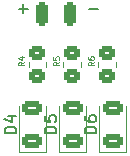
<source format=gbr>
%TF.GenerationSoftware,KiCad,Pcbnew,7.0.11*%
%TF.CreationDate,2024-03-26T21:49:53+01:00*%
%TF.ProjectId,led_color_test,6c65645f-636f-46c6-9f72-5f746573742e,rev?*%
%TF.SameCoordinates,Original*%
%TF.FileFunction,Legend,Top*%
%TF.FilePolarity,Positive*%
%FSLAX46Y46*%
G04 Gerber Fmt 4.6, Leading zero omitted, Abs format (unit mm)*
G04 Created by KiCad (PCBNEW 7.0.11) date 2024-03-26 21:49:53*
%MOMM*%
%LPD*%
G01*
G04 APERTURE LIST*
G04 Aperture macros list*
%AMRoundRect*
0 Rectangle with rounded corners*
0 $1 Rounding radius*
0 $2 $3 $4 $5 $6 $7 $8 $9 X,Y pos of 4 corners*
0 Add a 4 corners polygon primitive as box body*
4,1,4,$2,$3,$4,$5,$6,$7,$8,$9,$2,$3,0*
0 Add four circle primitives for the rounded corners*
1,1,$1+$1,$2,$3*
1,1,$1+$1,$4,$5*
1,1,$1+$1,$6,$7*
1,1,$1+$1,$8,$9*
0 Add four rect primitives between the rounded corners*
20,1,$1+$1,$2,$3,$4,$5,0*
20,1,$1+$1,$4,$5,$6,$7,0*
20,1,$1+$1,$6,$7,$8,$9,0*
20,1,$1+$1,$8,$9,$2,$3,0*%
G04 Aperture macros list end*
%ADD10C,0.150000*%
%ADD11C,0.075000*%
%ADD12C,0.120000*%
%ADD13RoundRect,0.250000X-0.250000X-0.750000X0.250000X-0.750000X0.250000X0.750000X-0.250000X0.750000X0*%
%ADD14RoundRect,0.250000X0.450000X-0.350000X0.450000X0.350000X-0.450000X0.350000X-0.450000X-0.350000X0*%
%ADD15RoundRect,0.250000X0.625000X-0.375000X0.625000X0.375000X-0.625000X0.375000X-0.625000X-0.375000X0*%
G04 APERTURE END LIST*
D10*
X112119048Y-64573866D02*
X112880953Y-64573866D01*
X106119048Y-64573866D02*
X106880953Y-64573866D01*
X106500000Y-64954819D02*
X106500000Y-64192914D01*
D11*
X112502409Y-69108333D02*
X112264314Y-69274999D01*
X112502409Y-69394047D02*
X112002409Y-69394047D01*
X112002409Y-69394047D02*
X112002409Y-69203571D01*
X112002409Y-69203571D02*
X112026219Y-69155952D01*
X112026219Y-69155952D02*
X112050028Y-69132142D01*
X112050028Y-69132142D02*
X112097647Y-69108333D01*
X112097647Y-69108333D02*
X112169076Y-69108333D01*
X112169076Y-69108333D02*
X112216695Y-69132142D01*
X112216695Y-69132142D02*
X112240504Y-69155952D01*
X112240504Y-69155952D02*
X112264314Y-69203571D01*
X112264314Y-69203571D02*
X112264314Y-69394047D01*
X112002409Y-68679761D02*
X112002409Y-68774999D01*
X112002409Y-68774999D02*
X112026219Y-68822618D01*
X112026219Y-68822618D02*
X112050028Y-68846428D01*
X112050028Y-68846428D02*
X112121457Y-68894047D01*
X112121457Y-68894047D02*
X112216695Y-68917856D01*
X112216695Y-68917856D02*
X112407171Y-68917856D01*
X112407171Y-68917856D02*
X112454790Y-68894047D01*
X112454790Y-68894047D02*
X112478600Y-68870237D01*
X112478600Y-68870237D02*
X112502409Y-68822618D01*
X112502409Y-68822618D02*
X112502409Y-68727380D01*
X112502409Y-68727380D02*
X112478600Y-68679761D01*
X112478600Y-68679761D02*
X112454790Y-68655952D01*
X112454790Y-68655952D02*
X112407171Y-68632142D01*
X112407171Y-68632142D02*
X112288123Y-68632142D01*
X112288123Y-68632142D02*
X112240504Y-68655952D01*
X112240504Y-68655952D02*
X112216695Y-68679761D01*
X112216695Y-68679761D02*
X112192885Y-68727380D01*
X112192885Y-68727380D02*
X112192885Y-68822618D01*
X112192885Y-68822618D02*
X112216695Y-68870237D01*
X112216695Y-68870237D02*
X112240504Y-68894047D01*
X112240504Y-68894047D02*
X112288123Y-68917856D01*
X109552409Y-69108333D02*
X109314314Y-69274999D01*
X109552409Y-69394047D02*
X109052409Y-69394047D01*
X109052409Y-69394047D02*
X109052409Y-69203571D01*
X109052409Y-69203571D02*
X109076219Y-69155952D01*
X109076219Y-69155952D02*
X109100028Y-69132142D01*
X109100028Y-69132142D02*
X109147647Y-69108333D01*
X109147647Y-69108333D02*
X109219076Y-69108333D01*
X109219076Y-69108333D02*
X109266695Y-69132142D01*
X109266695Y-69132142D02*
X109290504Y-69155952D01*
X109290504Y-69155952D02*
X109314314Y-69203571D01*
X109314314Y-69203571D02*
X109314314Y-69394047D01*
X109052409Y-68655952D02*
X109052409Y-68894047D01*
X109052409Y-68894047D02*
X109290504Y-68917856D01*
X109290504Y-68917856D02*
X109266695Y-68894047D01*
X109266695Y-68894047D02*
X109242885Y-68846428D01*
X109242885Y-68846428D02*
X109242885Y-68727380D01*
X109242885Y-68727380D02*
X109266695Y-68679761D01*
X109266695Y-68679761D02*
X109290504Y-68655952D01*
X109290504Y-68655952D02*
X109338123Y-68632142D01*
X109338123Y-68632142D02*
X109457171Y-68632142D01*
X109457171Y-68632142D02*
X109504790Y-68655952D01*
X109504790Y-68655952D02*
X109528600Y-68679761D01*
X109528600Y-68679761D02*
X109552409Y-68727380D01*
X109552409Y-68727380D02*
X109552409Y-68846428D01*
X109552409Y-68846428D02*
X109528600Y-68894047D01*
X109528600Y-68894047D02*
X109504790Y-68917856D01*
X106602409Y-69108333D02*
X106364314Y-69274999D01*
X106602409Y-69394047D02*
X106102409Y-69394047D01*
X106102409Y-69394047D02*
X106102409Y-69203571D01*
X106102409Y-69203571D02*
X106126219Y-69155952D01*
X106126219Y-69155952D02*
X106150028Y-69132142D01*
X106150028Y-69132142D02*
X106197647Y-69108333D01*
X106197647Y-69108333D02*
X106269076Y-69108333D01*
X106269076Y-69108333D02*
X106316695Y-69132142D01*
X106316695Y-69132142D02*
X106340504Y-69155952D01*
X106340504Y-69155952D02*
X106364314Y-69203571D01*
X106364314Y-69203571D02*
X106364314Y-69394047D01*
X106269076Y-68679761D02*
X106602409Y-68679761D01*
X106078600Y-68798809D02*
X106435742Y-68917856D01*
X106435742Y-68917856D02*
X106435742Y-68608333D01*
D10*
X112714819Y-75138094D02*
X111714819Y-75138094D01*
X111714819Y-75138094D02*
X111714819Y-74899999D01*
X111714819Y-74899999D02*
X111762438Y-74757142D01*
X111762438Y-74757142D02*
X111857676Y-74661904D01*
X111857676Y-74661904D02*
X111952914Y-74614285D01*
X111952914Y-74614285D02*
X112143390Y-74566666D01*
X112143390Y-74566666D02*
X112286247Y-74566666D01*
X112286247Y-74566666D02*
X112476723Y-74614285D01*
X112476723Y-74614285D02*
X112571961Y-74661904D01*
X112571961Y-74661904D02*
X112667200Y-74757142D01*
X112667200Y-74757142D02*
X112714819Y-74899999D01*
X112714819Y-74899999D02*
X112714819Y-75138094D01*
X111714819Y-73709523D02*
X111714819Y-73899999D01*
X111714819Y-73899999D02*
X111762438Y-73995237D01*
X111762438Y-73995237D02*
X111810057Y-74042856D01*
X111810057Y-74042856D02*
X111952914Y-74138094D01*
X111952914Y-74138094D02*
X112143390Y-74185713D01*
X112143390Y-74185713D02*
X112524342Y-74185713D01*
X112524342Y-74185713D02*
X112619580Y-74138094D01*
X112619580Y-74138094D02*
X112667200Y-74090475D01*
X112667200Y-74090475D02*
X112714819Y-73995237D01*
X112714819Y-73995237D02*
X112714819Y-73804761D01*
X112714819Y-73804761D02*
X112667200Y-73709523D01*
X112667200Y-73709523D02*
X112619580Y-73661904D01*
X112619580Y-73661904D02*
X112524342Y-73614285D01*
X112524342Y-73614285D02*
X112286247Y-73614285D01*
X112286247Y-73614285D02*
X112191009Y-73661904D01*
X112191009Y-73661904D02*
X112143390Y-73709523D01*
X112143390Y-73709523D02*
X112095771Y-73804761D01*
X112095771Y-73804761D02*
X112095771Y-73995237D01*
X112095771Y-73995237D02*
X112143390Y-74090475D01*
X112143390Y-74090475D02*
X112191009Y-74138094D01*
X112191009Y-74138094D02*
X112286247Y-74185713D01*
X109324819Y-75138094D02*
X108324819Y-75138094D01*
X108324819Y-75138094D02*
X108324819Y-74899999D01*
X108324819Y-74899999D02*
X108372438Y-74757142D01*
X108372438Y-74757142D02*
X108467676Y-74661904D01*
X108467676Y-74661904D02*
X108562914Y-74614285D01*
X108562914Y-74614285D02*
X108753390Y-74566666D01*
X108753390Y-74566666D02*
X108896247Y-74566666D01*
X108896247Y-74566666D02*
X109086723Y-74614285D01*
X109086723Y-74614285D02*
X109181961Y-74661904D01*
X109181961Y-74661904D02*
X109277200Y-74757142D01*
X109277200Y-74757142D02*
X109324819Y-74899999D01*
X109324819Y-74899999D02*
X109324819Y-75138094D01*
X108324819Y-73661904D02*
X108324819Y-74138094D01*
X108324819Y-74138094D02*
X108801009Y-74185713D01*
X108801009Y-74185713D02*
X108753390Y-74138094D01*
X108753390Y-74138094D02*
X108705771Y-74042856D01*
X108705771Y-74042856D02*
X108705771Y-73804761D01*
X108705771Y-73804761D02*
X108753390Y-73709523D01*
X108753390Y-73709523D02*
X108801009Y-73661904D01*
X108801009Y-73661904D02*
X108896247Y-73614285D01*
X108896247Y-73614285D02*
X109134342Y-73614285D01*
X109134342Y-73614285D02*
X109229580Y-73661904D01*
X109229580Y-73661904D02*
X109277200Y-73709523D01*
X109277200Y-73709523D02*
X109324819Y-73804761D01*
X109324819Y-73804761D02*
X109324819Y-74042856D01*
X109324819Y-74042856D02*
X109277200Y-74138094D01*
X109277200Y-74138094D02*
X109229580Y-74185713D01*
X105934819Y-75138094D02*
X104934819Y-75138094D01*
X104934819Y-75138094D02*
X104934819Y-74899999D01*
X104934819Y-74899999D02*
X104982438Y-74757142D01*
X104982438Y-74757142D02*
X105077676Y-74661904D01*
X105077676Y-74661904D02*
X105172914Y-74614285D01*
X105172914Y-74614285D02*
X105363390Y-74566666D01*
X105363390Y-74566666D02*
X105506247Y-74566666D01*
X105506247Y-74566666D02*
X105696723Y-74614285D01*
X105696723Y-74614285D02*
X105791961Y-74661904D01*
X105791961Y-74661904D02*
X105887200Y-74757142D01*
X105887200Y-74757142D02*
X105934819Y-74899999D01*
X105934819Y-74899999D02*
X105934819Y-75138094D01*
X105268152Y-73709523D02*
X105934819Y-73709523D01*
X104887200Y-73947618D02*
X105601485Y-74185713D01*
X105601485Y-74185713D02*
X105601485Y-73566666D01*
D12*
%TO.C,R6*%
X112865000Y-69527064D02*
X112865000Y-69072936D01*
X114335000Y-69527064D02*
X114335000Y-69072936D01*
%TO.C,R5*%
X109915000Y-69527064D02*
X109915000Y-69072936D01*
X111385000Y-69527064D02*
X111385000Y-69072936D01*
%TO.C,R4*%
X106965000Y-69527064D02*
X106965000Y-69072936D01*
X108435000Y-69527064D02*
X108435000Y-69072936D01*
%TO.C,D6*%
X112945000Y-76685000D02*
X115215000Y-76685000D01*
X112945000Y-72800000D02*
X112945000Y-76685000D01*
X115215000Y-76685000D02*
X115215000Y-72800000D01*
%TO.C,D5*%
X109555000Y-76685000D02*
X111825000Y-76685000D01*
X109555000Y-72800000D02*
X109555000Y-76685000D01*
X111825000Y-76685000D02*
X111825000Y-72800000D01*
%TO.C,D4*%
X106165000Y-76685000D02*
X108435000Y-76685000D01*
X106165000Y-72800000D02*
X106165000Y-76685000D01*
X108435000Y-76685000D02*
X108435000Y-72800000D01*
%TD*%
%LPC*%
D13*
%TO.C,-*%
X110500000Y-65000000D03*
%TD*%
%TO.C,+*%
X108140000Y-65000000D03*
%TD*%
D14*
%TO.C,R6*%
X113600000Y-70300000D03*
X113600000Y-68300000D03*
%TD*%
%TO.C,R5*%
X110650000Y-70300000D03*
X110650000Y-68300000D03*
%TD*%
%TO.C,R4*%
X107700000Y-70300000D03*
X107700000Y-68300000D03*
%TD*%
D15*
%TO.C,D6*%
X114080000Y-75800000D03*
X114080000Y-73000000D03*
%TD*%
%TO.C,D5*%
X110690000Y-75800000D03*
X110690000Y-73000000D03*
%TD*%
%TO.C,D4*%
X107300000Y-75800000D03*
X107300000Y-73000000D03*
%TD*%
%LPD*%
M02*

</source>
